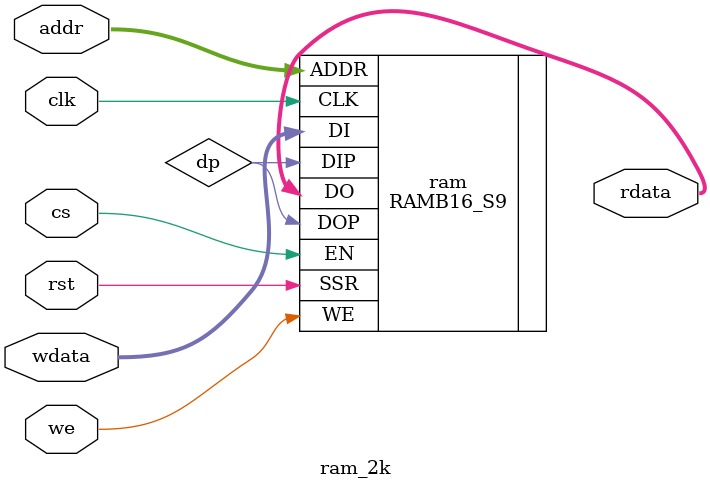
<source format=v>
module ram_2k (clk, rst, cs, we, addr, rdata, wdata);
  // IO Ports
  input clk;
  input rst;
  input cs;
  input we;
  input [10:0] addr;
  output [7:0] rdata;
  input [7:0] wdata;
  // Net declarations
  wire dp;
  // Module instantiations
  RAMB16_S9 ram (.DO(rdata),
                 .DOP (dp),
                 .ADDR (addr),
                 .CLK (clk),
                 .DI (wdata),
                 .DIP (dp),
                 .EN (cs),
                 .SSR (rst),
                 .WE (we));
    defparam ram.INIT_00 = 256'h554456_2043504F53_20302E3176_20726F737365636F7270_2074655A;
/*
    defparam ram.INIT_00 = 256'h31303938373635343332313039383736_35343332313039383736353433323130;
    defparam ram.INIT_01 = 256'h33323130393837363534333231303938_37363534333231303938373635343332;
    defparam ram.INIT_02 = 256'h3139383736353433323130393837363534;
    defparam ram.INIT_03 = 256'h43000000;
    defparam ram.INIT_05 = 256'h32;
    defparam ram.INIT_07 = 256'h3300000000000000000000000000000000;
    defparam ram.INIT_0A = 256'h34;
    defparam ram.INIT_0C = 256'h3500000000000000000000000000000000;
    defparam ram.INIT_0F = 256'h36;
    defparam ram.INIT_11 = 256'h3700000000000000000000000000000000;
    defparam ram.INIT_14 = 256'h38;
    defparam ram.INIT_16 = 256'h3900000000000000000000000000000000;
    defparam ram.INIT_19 = 256'h30;
    defparam ram.INIT_1B = 256'h3100000000000000000000000000000000;
    defparam ram.INIT_1E = 256'h32;
    defparam ram.INIT_20 = 256'h3300000000000000000000000000000000;
    defparam ram.INIT_23 = 256'h34;
    defparam ram.INIT_25 = 256'h3500000000000000000000000000000000;
    defparam ram.INIT_28 = 256'h36;
    defparam ram.INIT_2A = 256'h3700000000000000000000000000000000;
    defparam ram.INIT_2D = 256'h38;
    defparam ram.INIT_2F = 256'h3900000000000000000000000000000000;
    defparam ram.INIT_32 = 256'h30;
    defparam ram.INIT_34 = 256'h3100000000000000000000000000000000;
    defparam ram.INIT_37 = 256'h32;
    defparam ram.INIT_39 = 256'h3300000000000000000000000000000000;
    defparam ram.INIT_3C = 256'h31303938373635343332313039383736_35343332313039383736353433323134;
    defparam ram.INIT_3D = 256'h33323130393837363534333231303938_37363534333231303938373635343332;
    defparam ram.INIT_3E = 256'h35343332313039383736353433323130_39383736353433323130393837363534;
    defparam ram.INIT_3F = 256'h37363534333231303938373635343332_31303938373635343332313039383736;
*/
endmodule
</source>
